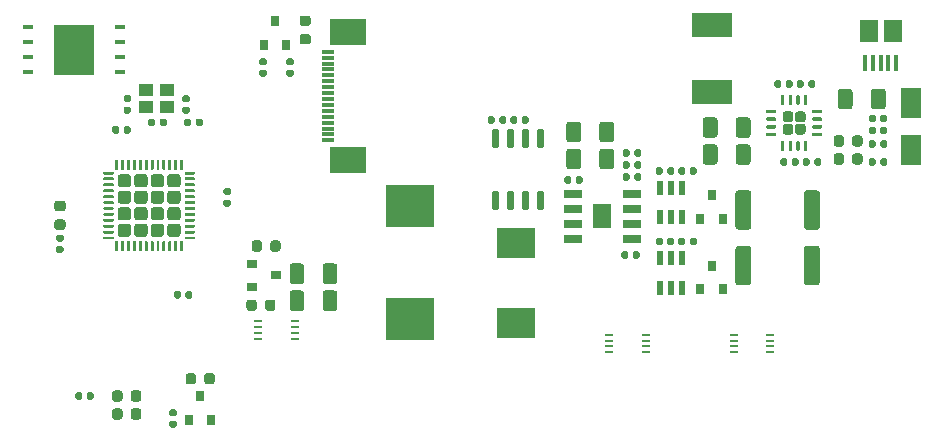
<source format=gtp>
G04 #@! TF.GenerationSoftware,KiCad,Pcbnew,(5.1.6)-1*
G04 #@! TF.CreationDate,2021-02-25T15:27:45+08:00*
G04 #@! TF.ProjectId,Light_detector_V1.0,4c696768-745f-4646-9574-6563746f725f,rev?*
G04 #@! TF.SameCoordinates,Original*
G04 #@! TF.FileFunction,Paste,Top*
G04 #@! TF.FilePolarity,Positive*
%FSLAX46Y46*%
G04 Gerber Fmt 4.6, Leading zero omitted, Abs format (unit mm)*
G04 Created by KiCad (PCBNEW (5.1.6)-1) date 2021-02-25 15:27:45*
%MOMM*%
%LPD*%
G01*
G04 APERTURE LIST*
%ADD10R,1.150000X1.000000*%
%ADD11R,0.750000X0.250000*%
%ADD12R,3.450000X4.350000*%
%ADD13R,0.950000X0.450000*%
%ADD14R,0.900000X0.800000*%
%ADD15R,0.800000X0.900000*%
%ADD16R,4.100000X3.600000*%
%ADD17R,3.400000X2.000000*%
%ADD18R,3.100000X2.300000*%
%ADD19R,1.100000X0.300000*%
%ADD20R,1.500000X1.900000*%
%ADD21R,0.400000X1.350000*%
%ADD22R,1.567800X2.101200*%
%ADD23R,1.505000X0.802000*%
%ADD24R,0.600000X1.150000*%
%ADD25R,3.300000X2.500000*%
%ADD26R,1.800000X2.500000*%
G04 APERTURE END LIST*
G36*
G01*
X74166000Y-32146500D02*
X74166000Y-32491500D01*
G75*
G02*
X74018500Y-32639000I-147500J0D01*
G01*
X73723500Y-32639000D01*
G75*
G02*
X73576000Y-32491500I0J147500D01*
G01*
X73576000Y-32146500D01*
G75*
G02*
X73723500Y-31999000I147500J0D01*
G01*
X74018500Y-31999000D01*
G75*
G02*
X74166000Y-32146500I0J-147500D01*
G01*
G37*
G36*
G01*
X75136000Y-32146500D02*
X75136000Y-32491500D01*
G75*
G02*
X74988500Y-32639000I-147500J0D01*
G01*
X74693500Y-32639000D01*
G75*
G02*
X74546000Y-32491500I0J147500D01*
G01*
X74546000Y-32146500D01*
G75*
G02*
X74693500Y-31999000I147500J0D01*
G01*
X74988500Y-31999000D01*
G75*
G02*
X75136000Y-32146500I0J-147500D01*
G01*
G37*
G36*
G01*
X27811000Y-52720500D02*
X27811000Y-53065500D01*
G75*
G02*
X27663500Y-53213000I-147500J0D01*
G01*
X27368500Y-53213000D01*
G75*
G02*
X27221000Y-53065500I0J147500D01*
G01*
X27221000Y-52720500D01*
G75*
G02*
X27368500Y-52573000I147500J0D01*
G01*
X27663500Y-52573000D01*
G75*
G02*
X27811000Y-52720500I0J-147500D01*
G01*
G37*
G36*
G01*
X28781000Y-52720500D02*
X28781000Y-53065500D01*
G75*
G02*
X28633500Y-53213000I-147500J0D01*
G01*
X28338500Y-53213000D01*
G75*
G02*
X28191000Y-53065500I0J147500D01*
G01*
X28191000Y-52720500D01*
G75*
G02*
X28338500Y-52573000I147500J0D01*
G01*
X28633500Y-52573000D01*
G75*
G02*
X28781000Y-52720500I0J-147500D01*
G01*
G37*
G36*
G01*
X45572500Y-24890000D02*
X45227500Y-24890000D01*
G75*
G02*
X45080000Y-24742500I0J147500D01*
G01*
X45080000Y-24447500D01*
G75*
G02*
X45227500Y-24300000I147500J0D01*
G01*
X45572500Y-24300000D01*
G75*
G02*
X45720000Y-24447500I0J-147500D01*
G01*
X45720000Y-24742500D01*
G75*
G02*
X45572500Y-24890000I-147500J0D01*
G01*
G37*
G36*
G01*
X45572500Y-25860000D02*
X45227500Y-25860000D01*
G75*
G02*
X45080000Y-25712500I0J147500D01*
G01*
X45080000Y-25417500D01*
G75*
G02*
X45227500Y-25270000I147500J0D01*
G01*
X45572500Y-25270000D01*
G75*
G02*
X45720000Y-25417500I0J-147500D01*
G01*
X45720000Y-25712500D01*
G75*
G02*
X45572500Y-25860000I-147500J0D01*
G01*
G37*
G36*
G01*
X35666500Y-54608000D02*
X35321500Y-54608000D01*
G75*
G02*
X35174000Y-54460500I0J147500D01*
G01*
X35174000Y-54165500D01*
G75*
G02*
X35321500Y-54018000I147500J0D01*
G01*
X35666500Y-54018000D01*
G75*
G02*
X35814000Y-54165500I0J-147500D01*
G01*
X35814000Y-54460500D01*
G75*
G02*
X35666500Y-54608000I-147500J0D01*
G01*
G37*
G36*
G01*
X35666500Y-55578000D02*
X35321500Y-55578000D01*
G75*
G02*
X35174000Y-55430500I0J147500D01*
G01*
X35174000Y-55135500D01*
G75*
G02*
X35321500Y-54988000I147500J0D01*
G01*
X35666500Y-54988000D01*
G75*
G02*
X35814000Y-55135500I0J-147500D01*
G01*
X35814000Y-55430500D01*
G75*
G02*
X35666500Y-55578000I-147500J0D01*
G01*
G37*
G36*
G01*
X42941500Y-25270000D02*
X43286500Y-25270000D01*
G75*
G02*
X43434000Y-25417500I0J-147500D01*
G01*
X43434000Y-25712500D01*
G75*
G02*
X43286500Y-25860000I-147500J0D01*
G01*
X42941500Y-25860000D01*
G75*
G02*
X42794000Y-25712500I0J147500D01*
G01*
X42794000Y-25417500D01*
G75*
G02*
X42941500Y-25270000I147500J0D01*
G01*
G37*
G36*
G01*
X42941500Y-24300000D02*
X43286500Y-24300000D01*
G75*
G02*
X43434000Y-24447500I0J-147500D01*
G01*
X43434000Y-24742500D01*
G75*
G02*
X43286500Y-24890000I-147500J0D01*
G01*
X42941500Y-24890000D01*
G75*
G02*
X42794000Y-24742500I0J147500D01*
G01*
X42794000Y-24447500D01*
G75*
G02*
X42941500Y-24300000I147500J0D01*
G01*
G37*
G36*
G01*
X34353000Y-29890500D02*
X34353000Y-29545500D01*
G75*
G02*
X34500500Y-29398000I147500J0D01*
G01*
X34795500Y-29398000D01*
G75*
G02*
X34943000Y-29545500I0J-147500D01*
G01*
X34943000Y-29890500D01*
G75*
G02*
X34795500Y-30038000I-147500J0D01*
G01*
X34500500Y-30038000D01*
G75*
G02*
X34353000Y-29890500I0J147500D01*
G01*
G37*
G36*
G01*
X33383000Y-29890500D02*
X33383000Y-29545500D01*
G75*
G02*
X33530500Y-29398000I147500J0D01*
G01*
X33825500Y-29398000D01*
G75*
G02*
X33973000Y-29545500I0J-147500D01*
G01*
X33973000Y-29890500D01*
G75*
G02*
X33825500Y-30038000I-147500J0D01*
G01*
X33530500Y-30038000D01*
G75*
G02*
X33383000Y-29890500I0J147500D01*
G01*
G37*
G36*
G01*
X40241000Y-35878000D02*
X39896000Y-35878000D01*
G75*
G02*
X39748500Y-35730500I0J147500D01*
G01*
X39748500Y-35435500D01*
G75*
G02*
X39896000Y-35288000I147500J0D01*
G01*
X40241000Y-35288000D01*
G75*
G02*
X40388500Y-35435500I0J-147500D01*
G01*
X40388500Y-35730500D01*
G75*
G02*
X40241000Y-35878000I-147500J0D01*
G01*
G37*
G36*
G01*
X40241000Y-36848000D02*
X39896000Y-36848000D01*
G75*
G02*
X39748500Y-36700500I0J147500D01*
G01*
X39748500Y-36405500D01*
G75*
G02*
X39896000Y-36258000I147500J0D01*
G01*
X40241000Y-36258000D01*
G75*
G02*
X40388500Y-36405500I0J-147500D01*
G01*
X40388500Y-36700500D01*
G75*
G02*
X40241000Y-36848000I-147500J0D01*
G01*
G37*
G36*
G01*
X87881000Y-33253500D02*
X87881000Y-32908500D01*
G75*
G02*
X88028500Y-32761000I147500J0D01*
G01*
X88323500Y-32761000D01*
G75*
G02*
X88471000Y-32908500I0J-147500D01*
G01*
X88471000Y-33253500D01*
G75*
G02*
X88323500Y-33401000I-147500J0D01*
G01*
X88028500Y-33401000D01*
G75*
G02*
X87881000Y-33253500I0J147500D01*
G01*
G37*
G36*
G01*
X86911000Y-33253500D02*
X86911000Y-32908500D01*
G75*
G02*
X87058500Y-32761000I147500J0D01*
G01*
X87353500Y-32761000D01*
G75*
G02*
X87501000Y-32908500I0J-147500D01*
G01*
X87501000Y-33253500D01*
G75*
G02*
X87353500Y-33401000I-147500J0D01*
G01*
X87058500Y-33401000D01*
G75*
G02*
X86911000Y-33253500I0J147500D01*
G01*
G37*
G36*
G01*
X95374000Y-33253500D02*
X95374000Y-32908500D01*
G75*
G02*
X95521500Y-32761000I147500J0D01*
G01*
X95816500Y-32761000D01*
G75*
G02*
X95964000Y-32908500I0J-147500D01*
G01*
X95964000Y-33253500D01*
G75*
G02*
X95816500Y-33401000I-147500J0D01*
G01*
X95521500Y-33401000D01*
G75*
G02*
X95374000Y-33253500I0J147500D01*
G01*
G37*
G36*
G01*
X94404000Y-33253500D02*
X94404000Y-32908500D01*
G75*
G02*
X94551500Y-32761000I147500J0D01*
G01*
X94846500Y-32761000D01*
G75*
G02*
X94994000Y-32908500I0J-147500D01*
G01*
X94994000Y-33253500D01*
G75*
G02*
X94846500Y-33401000I-147500J0D01*
G01*
X94551500Y-33401000D01*
G75*
G02*
X94404000Y-33253500I0J147500D01*
G01*
G37*
G36*
G01*
X95374000Y-31729500D02*
X95374000Y-31384500D01*
G75*
G02*
X95521500Y-31237000I147500J0D01*
G01*
X95816500Y-31237000D01*
G75*
G02*
X95964000Y-31384500I0J-147500D01*
G01*
X95964000Y-31729500D01*
G75*
G02*
X95816500Y-31877000I-147500J0D01*
G01*
X95521500Y-31877000D01*
G75*
G02*
X95374000Y-31729500I0J147500D01*
G01*
G37*
G36*
G01*
X94404000Y-31729500D02*
X94404000Y-31384500D01*
G75*
G02*
X94551500Y-31237000I147500J0D01*
G01*
X94846500Y-31237000D01*
G75*
G02*
X94994000Y-31384500I0J-147500D01*
G01*
X94994000Y-31729500D01*
G75*
G02*
X94846500Y-31877000I-147500J0D01*
G01*
X94551500Y-31877000D01*
G75*
G02*
X94404000Y-31729500I0J147500D01*
G01*
G37*
G36*
G01*
X74546000Y-34523500D02*
X74546000Y-34178500D01*
G75*
G02*
X74693500Y-34031000I147500J0D01*
G01*
X74988500Y-34031000D01*
G75*
G02*
X75136000Y-34178500I0J-147500D01*
G01*
X75136000Y-34523500D01*
G75*
G02*
X74988500Y-34671000I-147500J0D01*
G01*
X74693500Y-34671000D01*
G75*
G02*
X74546000Y-34523500I0J147500D01*
G01*
G37*
G36*
G01*
X73576000Y-34523500D02*
X73576000Y-34178500D01*
G75*
G02*
X73723500Y-34031000I147500J0D01*
G01*
X74018500Y-34031000D01*
G75*
G02*
X74166000Y-34178500I0J-147500D01*
G01*
X74166000Y-34523500D01*
G75*
G02*
X74018500Y-34671000I-147500J0D01*
G01*
X73723500Y-34671000D01*
G75*
G02*
X73576000Y-34523500I0J147500D01*
G01*
G37*
G36*
G01*
X74166000Y-33162500D02*
X74166000Y-33507500D01*
G75*
G02*
X74018500Y-33655000I-147500J0D01*
G01*
X73723500Y-33655000D01*
G75*
G02*
X73576000Y-33507500I0J147500D01*
G01*
X73576000Y-33162500D01*
G75*
G02*
X73723500Y-33015000I147500J0D01*
G01*
X74018500Y-33015000D01*
G75*
G02*
X74166000Y-33162500I0J-147500D01*
G01*
G37*
G36*
G01*
X75136000Y-33162500D02*
X75136000Y-33507500D01*
G75*
G02*
X74988500Y-33655000I-147500J0D01*
G01*
X74693500Y-33655000D01*
G75*
G02*
X74546000Y-33507500I0J147500D01*
G01*
X74546000Y-33162500D01*
G75*
G02*
X74693500Y-33015000I147500J0D01*
G01*
X74988500Y-33015000D01*
G75*
G02*
X75136000Y-33162500I0J-147500D01*
G01*
G37*
G36*
G01*
X63116000Y-29697500D02*
X63116000Y-29352500D01*
G75*
G02*
X63263500Y-29205000I147500J0D01*
G01*
X63558500Y-29205000D01*
G75*
G02*
X63706000Y-29352500I0J-147500D01*
G01*
X63706000Y-29697500D01*
G75*
G02*
X63558500Y-29845000I-147500J0D01*
G01*
X63263500Y-29845000D01*
G75*
G02*
X63116000Y-29697500I0J147500D01*
G01*
G37*
G36*
G01*
X62146000Y-29697500D02*
X62146000Y-29352500D01*
G75*
G02*
X62293500Y-29205000I147500J0D01*
G01*
X62588500Y-29205000D01*
G75*
G02*
X62736000Y-29352500I0J-147500D01*
G01*
X62736000Y-29697500D01*
G75*
G02*
X62588500Y-29845000I-147500J0D01*
G01*
X62293500Y-29845000D01*
G75*
G02*
X62146000Y-29697500I0J147500D01*
G01*
G37*
G36*
G01*
X95374000Y-30586500D02*
X95374000Y-30241500D01*
G75*
G02*
X95521500Y-30094000I147500J0D01*
G01*
X95816500Y-30094000D01*
G75*
G02*
X95964000Y-30241500I0J-147500D01*
G01*
X95964000Y-30586500D01*
G75*
G02*
X95816500Y-30734000I-147500J0D01*
G01*
X95521500Y-30734000D01*
G75*
G02*
X95374000Y-30586500I0J147500D01*
G01*
G37*
G36*
G01*
X94404000Y-30586500D02*
X94404000Y-30241500D01*
G75*
G02*
X94551500Y-30094000I147500J0D01*
G01*
X94846500Y-30094000D01*
G75*
G02*
X94994000Y-30241500I0J-147500D01*
G01*
X94994000Y-30586500D01*
G75*
G02*
X94846500Y-30734000I-147500J0D01*
G01*
X94551500Y-30734000D01*
G75*
G02*
X94404000Y-30586500I0J147500D01*
G01*
G37*
G36*
G01*
X65021000Y-29697500D02*
X65021000Y-29352500D01*
G75*
G02*
X65168500Y-29205000I147500J0D01*
G01*
X65463500Y-29205000D01*
G75*
G02*
X65611000Y-29352500I0J-147500D01*
G01*
X65611000Y-29697500D01*
G75*
G02*
X65463500Y-29845000I-147500J0D01*
G01*
X65168500Y-29845000D01*
G75*
G02*
X65021000Y-29697500I0J147500D01*
G01*
G37*
G36*
G01*
X64051000Y-29697500D02*
X64051000Y-29352500D01*
G75*
G02*
X64198500Y-29205000I147500J0D01*
G01*
X64493500Y-29205000D01*
G75*
G02*
X64641000Y-29352500I0J-147500D01*
G01*
X64641000Y-29697500D01*
G75*
G02*
X64493500Y-29845000I-147500J0D01*
G01*
X64198500Y-29845000D01*
G75*
G02*
X64051000Y-29697500I0J147500D01*
G01*
G37*
G36*
G01*
X69213000Y-34432500D02*
X69213000Y-34777500D01*
G75*
G02*
X69065500Y-34925000I-147500J0D01*
G01*
X68770500Y-34925000D01*
G75*
G02*
X68623000Y-34777500I0J147500D01*
G01*
X68623000Y-34432500D01*
G75*
G02*
X68770500Y-34285000I147500J0D01*
G01*
X69065500Y-34285000D01*
G75*
G02*
X69213000Y-34432500I0J-147500D01*
G01*
G37*
G36*
G01*
X70183000Y-34432500D02*
X70183000Y-34777500D01*
G75*
G02*
X70035500Y-34925000I-147500J0D01*
G01*
X69740500Y-34925000D01*
G75*
G02*
X69593000Y-34777500I0J147500D01*
G01*
X69593000Y-34432500D01*
G75*
G02*
X69740500Y-34285000I147500J0D01*
G01*
X70035500Y-34285000D01*
G75*
G02*
X70183000Y-34432500I0J-147500D01*
G01*
G37*
G36*
G01*
X94994000Y-29225500D02*
X94994000Y-29570500D01*
G75*
G02*
X94846500Y-29718000I-147500J0D01*
G01*
X94551500Y-29718000D01*
G75*
G02*
X94404000Y-29570500I0J147500D01*
G01*
X94404000Y-29225500D01*
G75*
G02*
X94551500Y-29078000I147500J0D01*
G01*
X94846500Y-29078000D01*
G75*
G02*
X94994000Y-29225500I0J-147500D01*
G01*
G37*
G36*
G01*
X95964000Y-29225500D02*
X95964000Y-29570500D01*
G75*
G02*
X95816500Y-29718000I-147500J0D01*
G01*
X95521500Y-29718000D01*
G75*
G02*
X95374000Y-29570500I0J147500D01*
G01*
X95374000Y-29225500D01*
G75*
G02*
X95521500Y-29078000I147500J0D01*
G01*
X95816500Y-29078000D01*
G75*
G02*
X95964000Y-29225500I0J-147500D01*
G01*
G37*
G36*
G01*
X78865000Y-39639500D02*
X78865000Y-39984500D01*
G75*
G02*
X78717500Y-40132000I-147500J0D01*
G01*
X78422500Y-40132000D01*
G75*
G02*
X78275000Y-39984500I0J147500D01*
G01*
X78275000Y-39639500D01*
G75*
G02*
X78422500Y-39492000I147500J0D01*
G01*
X78717500Y-39492000D01*
G75*
G02*
X78865000Y-39639500I0J-147500D01*
G01*
G37*
G36*
G01*
X79835000Y-39639500D02*
X79835000Y-39984500D01*
G75*
G02*
X79687500Y-40132000I-147500J0D01*
G01*
X79392500Y-40132000D01*
G75*
G02*
X79245000Y-39984500I0J147500D01*
G01*
X79245000Y-39639500D01*
G75*
G02*
X79392500Y-39492000I147500J0D01*
G01*
X79687500Y-39492000D01*
G75*
G02*
X79835000Y-39639500I0J-147500D01*
G01*
G37*
G36*
G01*
X78865000Y-33670500D02*
X78865000Y-34015500D01*
G75*
G02*
X78717500Y-34163000I-147500J0D01*
G01*
X78422500Y-34163000D01*
G75*
G02*
X78275000Y-34015500I0J147500D01*
G01*
X78275000Y-33670500D01*
G75*
G02*
X78422500Y-33523000I147500J0D01*
G01*
X78717500Y-33523000D01*
G75*
G02*
X78865000Y-33670500I0J-147500D01*
G01*
G37*
G36*
G01*
X79835000Y-33670500D02*
X79835000Y-34015500D01*
G75*
G02*
X79687500Y-34163000I-147500J0D01*
G01*
X79392500Y-34163000D01*
G75*
G02*
X79245000Y-34015500I0J147500D01*
G01*
X79245000Y-33670500D01*
G75*
G02*
X79392500Y-33523000I147500J0D01*
G01*
X79687500Y-33523000D01*
G75*
G02*
X79835000Y-33670500I0J-147500D01*
G01*
G37*
G36*
G01*
X31305000Y-30525500D02*
X31305000Y-30180500D01*
G75*
G02*
X31452500Y-30033000I147500J0D01*
G01*
X31747500Y-30033000D01*
G75*
G02*
X31895000Y-30180500I0J-147500D01*
G01*
X31895000Y-30525500D01*
G75*
G02*
X31747500Y-30673000I-147500J0D01*
G01*
X31452500Y-30673000D01*
G75*
G02*
X31305000Y-30525500I0J147500D01*
G01*
G37*
G36*
G01*
X30335000Y-30525500D02*
X30335000Y-30180500D01*
G75*
G02*
X30482500Y-30033000I147500J0D01*
G01*
X30777500Y-30033000D01*
G75*
G02*
X30925000Y-30180500I0J-147500D01*
G01*
X30925000Y-30525500D01*
G75*
G02*
X30777500Y-30673000I-147500J0D01*
G01*
X30482500Y-30673000D01*
G75*
G02*
X30335000Y-30525500I0J147500D01*
G01*
G37*
G36*
G01*
X26080500Y-39815000D02*
X25735500Y-39815000D01*
G75*
G02*
X25588000Y-39667500I0J147500D01*
G01*
X25588000Y-39372500D01*
G75*
G02*
X25735500Y-39225000I147500J0D01*
G01*
X26080500Y-39225000D01*
G75*
G02*
X26228000Y-39372500I0J-147500D01*
G01*
X26228000Y-39667500D01*
G75*
G02*
X26080500Y-39815000I-147500J0D01*
G01*
G37*
G36*
G01*
X26080500Y-40785000D02*
X25735500Y-40785000D01*
G75*
G02*
X25588000Y-40637500I0J147500D01*
G01*
X25588000Y-40342500D01*
G75*
G02*
X25735500Y-40195000I147500J0D01*
G01*
X26080500Y-40195000D01*
G75*
G02*
X26228000Y-40342500I0J-147500D01*
G01*
X26228000Y-40637500D01*
G75*
G02*
X26080500Y-40785000I-147500J0D01*
G01*
G37*
G36*
G01*
X36155000Y-44150500D02*
X36155000Y-44495500D01*
G75*
G02*
X36007500Y-44643000I-147500J0D01*
G01*
X35712500Y-44643000D01*
G75*
G02*
X35565000Y-44495500I0J147500D01*
G01*
X35565000Y-44150500D01*
G75*
G02*
X35712500Y-44003000I147500J0D01*
G01*
X36007500Y-44003000D01*
G75*
G02*
X36155000Y-44150500I0J-147500D01*
G01*
G37*
G36*
G01*
X37125000Y-44150500D02*
X37125000Y-44495500D01*
G75*
G02*
X36977500Y-44643000I-147500J0D01*
G01*
X36682500Y-44643000D01*
G75*
G02*
X36535000Y-44495500I0J147500D01*
G01*
X36535000Y-44150500D01*
G75*
G02*
X36682500Y-44003000I147500J0D01*
G01*
X36977500Y-44003000D01*
G75*
G02*
X37125000Y-44150500I0J-147500D01*
G01*
G37*
G36*
G01*
X37401000Y-29890500D02*
X37401000Y-29545500D01*
G75*
G02*
X37548500Y-29398000I147500J0D01*
G01*
X37843500Y-29398000D01*
G75*
G02*
X37991000Y-29545500I0J-147500D01*
G01*
X37991000Y-29890500D01*
G75*
G02*
X37843500Y-30038000I-147500J0D01*
G01*
X37548500Y-30038000D01*
G75*
G02*
X37401000Y-29890500I0J147500D01*
G01*
G37*
G36*
G01*
X36431000Y-29890500D02*
X36431000Y-29545500D01*
G75*
G02*
X36578500Y-29398000I147500J0D01*
G01*
X36873500Y-29398000D01*
G75*
G02*
X37021000Y-29545500I0J-147500D01*
G01*
X37021000Y-29890500D01*
G75*
G02*
X36873500Y-30038000I-147500J0D01*
G01*
X36578500Y-30038000D01*
G75*
G02*
X36431000Y-29890500I0J147500D01*
G01*
G37*
G36*
G01*
X31450500Y-28384000D02*
X31795500Y-28384000D01*
G75*
G02*
X31943000Y-28531500I0J-147500D01*
G01*
X31943000Y-28826500D01*
G75*
G02*
X31795500Y-28974000I-147500J0D01*
G01*
X31450500Y-28974000D01*
G75*
G02*
X31303000Y-28826500I0J147500D01*
G01*
X31303000Y-28531500D01*
G75*
G02*
X31450500Y-28384000I147500J0D01*
G01*
G37*
G36*
G01*
X31450500Y-27414000D02*
X31795500Y-27414000D01*
G75*
G02*
X31943000Y-27561500I0J-147500D01*
G01*
X31943000Y-27856500D01*
G75*
G02*
X31795500Y-28004000I-147500J0D01*
G01*
X31450500Y-28004000D01*
G75*
G02*
X31303000Y-27856500I0J147500D01*
G01*
X31303000Y-27561500D01*
G75*
G02*
X31450500Y-27414000I147500J0D01*
G01*
G37*
G36*
G01*
X36403500Y-28384000D02*
X36748500Y-28384000D01*
G75*
G02*
X36896000Y-28531500I0J-147500D01*
G01*
X36896000Y-28826500D01*
G75*
G02*
X36748500Y-28974000I-147500J0D01*
G01*
X36403500Y-28974000D01*
G75*
G02*
X36256000Y-28826500I0J147500D01*
G01*
X36256000Y-28531500D01*
G75*
G02*
X36403500Y-28384000I147500J0D01*
G01*
G37*
G36*
G01*
X36403500Y-27414000D02*
X36748500Y-27414000D01*
G75*
G02*
X36896000Y-27561500I0J-147500D01*
G01*
X36896000Y-27856500D01*
G75*
G02*
X36748500Y-28004000I-147500J0D01*
G01*
X36403500Y-28004000D01*
G75*
G02*
X36256000Y-27856500I0J147500D01*
G01*
X36256000Y-27561500D01*
G75*
G02*
X36403500Y-27414000I147500J0D01*
G01*
G37*
G36*
G01*
X89786000Y-33253500D02*
X89786000Y-32908500D01*
G75*
G02*
X89933500Y-32761000I147500J0D01*
G01*
X90228500Y-32761000D01*
G75*
G02*
X90376000Y-32908500I0J-147500D01*
G01*
X90376000Y-33253500D01*
G75*
G02*
X90228500Y-33401000I-147500J0D01*
G01*
X89933500Y-33401000D01*
G75*
G02*
X89786000Y-33253500I0J147500D01*
G01*
G37*
G36*
G01*
X88816000Y-33253500D02*
X88816000Y-32908500D01*
G75*
G02*
X88963500Y-32761000I147500J0D01*
G01*
X89258500Y-32761000D01*
G75*
G02*
X89406000Y-32908500I0J-147500D01*
G01*
X89406000Y-33253500D01*
G75*
G02*
X89258500Y-33401000I-147500J0D01*
G01*
X88963500Y-33401000D01*
G75*
G02*
X88816000Y-33253500I0J147500D01*
G01*
G37*
G36*
G01*
X87373000Y-26649500D02*
X87373000Y-26304500D01*
G75*
G02*
X87520500Y-26157000I147500J0D01*
G01*
X87815500Y-26157000D01*
G75*
G02*
X87963000Y-26304500I0J-147500D01*
G01*
X87963000Y-26649500D01*
G75*
G02*
X87815500Y-26797000I-147500J0D01*
G01*
X87520500Y-26797000D01*
G75*
G02*
X87373000Y-26649500I0J147500D01*
G01*
G37*
G36*
G01*
X86403000Y-26649500D02*
X86403000Y-26304500D01*
G75*
G02*
X86550500Y-26157000I147500J0D01*
G01*
X86845500Y-26157000D01*
G75*
G02*
X86993000Y-26304500I0J-147500D01*
G01*
X86993000Y-26649500D01*
G75*
G02*
X86845500Y-26797000I-147500J0D01*
G01*
X86550500Y-26797000D01*
G75*
G02*
X86403000Y-26649500I0J147500D01*
G01*
G37*
G36*
G01*
X89278000Y-26649500D02*
X89278000Y-26304500D01*
G75*
G02*
X89425500Y-26157000I147500J0D01*
G01*
X89720500Y-26157000D01*
G75*
G02*
X89868000Y-26304500I0J-147500D01*
G01*
X89868000Y-26649500D01*
G75*
G02*
X89720500Y-26797000I-147500J0D01*
G01*
X89425500Y-26797000D01*
G75*
G02*
X89278000Y-26649500I0J147500D01*
G01*
G37*
G36*
G01*
X88308000Y-26649500D02*
X88308000Y-26304500D01*
G75*
G02*
X88455500Y-26157000I147500J0D01*
G01*
X88750500Y-26157000D01*
G75*
G02*
X88898000Y-26304500I0J-147500D01*
G01*
X88898000Y-26649500D01*
G75*
G02*
X88750500Y-26797000I-147500J0D01*
G01*
X88455500Y-26797000D01*
G75*
G02*
X88308000Y-26649500I0J147500D01*
G01*
G37*
G36*
G01*
X76960000Y-39639500D02*
X76960000Y-39984500D01*
G75*
G02*
X76812500Y-40132000I-147500J0D01*
G01*
X76517500Y-40132000D01*
G75*
G02*
X76370000Y-39984500I0J147500D01*
G01*
X76370000Y-39639500D01*
G75*
G02*
X76517500Y-39492000I147500J0D01*
G01*
X76812500Y-39492000D01*
G75*
G02*
X76960000Y-39639500I0J-147500D01*
G01*
G37*
G36*
G01*
X77930000Y-39639500D02*
X77930000Y-39984500D01*
G75*
G02*
X77782500Y-40132000I-147500J0D01*
G01*
X77487500Y-40132000D01*
G75*
G02*
X77340000Y-39984500I0J147500D01*
G01*
X77340000Y-39639500D01*
G75*
G02*
X77487500Y-39492000I147500J0D01*
G01*
X77782500Y-39492000D01*
G75*
G02*
X77930000Y-39639500I0J-147500D01*
G01*
G37*
G36*
G01*
X76960000Y-33670500D02*
X76960000Y-34015500D01*
G75*
G02*
X76812500Y-34163000I-147500J0D01*
G01*
X76517500Y-34163000D01*
G75*
G02*
X76370000Y-34015500I0J147500D01*
G01*
X76370000Y-33670500D01*
G75*
G02*
X76517500Y-33523000I147500J0D01*
G01*
X76812500Y-33523000D01*
G75*
G02*
X76960000Y-33670500I0J-147500D01*
G01*
G37*
G36*
G01*
X77930000Y-33670500D02*
X77930000Y-34015500D01*
G75*
G02*
X77782500Y-34163000I-147500J0D01*
G01*
X77487500Y-34163000D01*
G75*
G02*
X77340000Y-34015500I0J147500D01*
G01*
X77340000Y-33670500D01*
G75*
G02*
X77487500Y-33523000I147500J0D01*
G01*
X77782500Y-33523000D01*
G75*
G02*
X77930000Y-33670500I0J-147500D01*
G01*
G37*
G36*
G01*
X74419000Y-41127500D02*
X74419000Y-40782500D01*
G75*
G02*
X74566500Y-40635000I147500J0D01*
G01*
X74861500Y-40635000D01*
G75*
G02*
X75009000Y-40782500I0J-147500D01*
G01*
X75009000Y-41127500D01*
G75*
G02*
X74861500Y-41275000I-147500J0D01*
G01*
X74566500Y-41275000D01*
G75*
G02*
X74419000Y-41127500I0J147500D01*
G01*
G37*
G36*
G01*
X73449000Y-41127500D02*
X73449000Y-40782500D01*
G75*
G02*
X73596500Y-40635000I147500J0D01*
G01*
X73891500Y-40635000D01*
G75*
G02*
X74039000Y-40782500I0J-147500D01*
G01*
X74039000Y-41127500D01*
G75*
G02*
X73891500Y-41275000I-147500J0D01*
G01*
X73596500Y-41275000D01*
G75*
G02*
X73449000Y-41127500I0J147500D01*
G01*
G37*
G36*
G01*
X84450000Y-40418999D02*
X84450000Y-43269001D01*
G75*
G02*
X84200001Y-43519000I-249999J0D01*
G01*
X83349999Y-43519000D01*
G75*
G02*
X83100000Y-43269001I0J249999D01*
G01*
X83100000Y-40418999D01*
G75*
G02*
X83349999Y-40169000I249999J0D01*
G01*
X84200001Y-40169000D01*
G75*
G02*
X84450000Y-40418999I0J-249999D01*
G01*
G37*
G36*
G01*
X90250000Y-40418999D02*
X90250000Y-43269001D01*
G75*
G02*
X90000001Y-43519000I-249999J0D01*
G01*
X89149999Y-43519000D01*
G75*
G02*
X88900000Y-43269001I0J249999D01*
G01*
X88900000Y-40418999D01*
G75*
G02*
X89149999Y-40169000I249999J0D01*
G01*
X90000001Y-40169000D01*
G75*
G02*
X90250000Y-40418999I0J-249999D01*
G01*
G37*
G36*
G01*
X84445000Y-35719999D02*
X84445000Y-38570001D01*
G75*
G02*
X84195001Y-38820000I-249999J0D01*
G01*
X83344999Y-38820000D01*
G75*
G02*
X83095000Y-38570001I0J249999D01*
G01*
X83095000Y-35719999D01*
G75*
G02*
X83344999Y-35470000I249999J0D01*
G01*
X84195001Y-35470000D01*
G75*
G02*
X84445000Y-35719999I0J-249999D01*
G01*
G37*
G36*
G01*
X90245000Y-35719999D02*
X90245000Y-38570001D01*
G75*
G02*
X89995001Y-38820000I-249999J0D01*
G01*
X89144999Y-38820000D01*
G75*
G02*
X88895000Y-38570001I0J249999D01*
G01*
X88895000Y-35719999D01*
G75*
G02*
X89144999Y-35470000I249999J0D01*
G01*
X89995001Y-35470000D01*
G75*
G02*
X90245000Y-35719999I0J-249999D01*
G01*
G37*
D10*
X33236000Y-26982000D03*
X34986000Y-26982000D03*
X34986000Y-28382000D03*
X33236000Y-28382000D03*
G36*
G01*
X62949000Y-31916000D02*
X62649000Y-31916000D01*
G75*
G02*
X62499000Y-31766000I0J150000D01*
G01*
X62499000Y-30416000D01*
G75*
G02*
X62649000Y-30266000I150000J0D01*
G01*
X62949000Y-30266000D01*
G75*
G02*
X63099000Y-30416000I0J-150000D01*
G01*
X63099000Y-31766000D01*
G75*
G02*
X62949000Y-31916000I-150000J0D01*
G01*
G37*
G36*
G01*
X64219000Y-31916000D02*
X63919000Y-31916000D01*
G75*
G02*
X63769000Y-31766000I0J150000D01*
G01*
X63769000Y-30416000D01*
G75*
G02*
X63919000Y-30266000I150000J0D01*
G01*
X64219000Y-30266000D01*
G75*
G02*
X64369000Y-30416000I0J-150000D01*
G01*
X64369000Y-31766000D01*
G75*
G02*
X64219000Y-31916000I-150000J0D01*
G01*
G37*
G36*
G01*
X65489000Y-31916000D02*
X65189000Y-31916000D01*
G75*
G02*
X65039000Y-31766000I0J150000D01*
G01*
X65039000Y-30416000D01*
G75*
G02*
X65189000Y-30266000I150000J0D01*
G01*
X65489000Y-30266000D01*
G75*
G02*
X65639000Y-30416000I0J-150000D01*
G01*
X65639000Y-31766000D01*
G75*
G02*
X65489000Y-31916000I-150000J0D01*
G01*
G37*
G36*
G01*
X66759000Y-31916000D02*
X66459000Y-31916000D01*
G75*
G02*
X66309000Y-31766000I0J150000D01*
G01*
X66309000Y-30416000D01*
G75*
G02*
X66459000Y-30266000I150000J0D01*
G01*
X66759000Y-30266000D01*
G75*
G02*
X66909000Y-30416000I0J-150000D01*
G01*
X66909000Y-31766000D01*
G75*
G02*
X66759000Y-31916000I-150000J0D01*
G01*
G37*
G36*
G01*
X66759000Y-37166000D02*
X66459000Y-37166000D01*
G75*
G02*
X66309000Y-37016000I0J150000D01*
G01*
X66309000Y-35666000D01*
G75*
G02*
X66459000Y-35516000I150000J0D01*
G01*
X66759000Y-35516000D01*
G75*
G02*
X66909000Y-35666000I0J-150000D01*
G01*
X66909000Y-37016000D01*
G75*
G02*
X66759000Y-37166000I-150000J0D01*
G01*
G37*
G36*
G01*
X65489000Y-37166000D02*
X65189000Y-37166000D01*
G75*
G02*
X65039000Y-37016000I0J150000D01*
G01*
X65039000Y-35666000D01*
G75*
G02*
X65189000Y-35516000I150000J0D01*
G01*
X65489000Y-35516000D01*
G75*
G02*
X65639000Y-35666000I0J-150000D01*
G01*
X65639000Y-37016000D01*
G75*
G02*
X65489000Y-37166000I-150000J0D01*
G01*
G37*
G36*
G01*
X64219000Y-37166000D02*
X63919000Y-37166000D01*
G75*
G02*
X63769000Y-37016000I0J150000D01*
G01*
X63769000Y-35666000D01*
G75*
G02*
X63919000Y-35516000I150000J0D01*
G01*
X64219000Y-35516000D01*
G75*
G02*
X64369000Y-35666000I0J-150000D01*
G01*
X64369000Y-37016000D01*
G75*
G02*
X64219000Y-37166000I-150000J0D01*
G01*
G37*
G36*
G01*
X62949000Y-37166000D02*
X62649000Y-37166000D01*
G75*
G02*
X62499000Y-37016000I0J150000D01*
G01*
X62499000Y-35666000D01*
G75*
G02*
X62649000Y-35516000I150000J0D01*
G01*
X62949000Y-35516000D01*
G75*
G02*
X63099000Y-35666000I0J-150000D01*
G01*
X63099000Y-37016000D01*
G75*
G02*
X62949000Y-37166000I-150000J0D01*
G01*
G37*
D11*
X75525000Y-47698000D03*
X75525000Y-48198000D03*
X75525000Y-48698000D03*
X75525000Y-49198000D03*
X72425000Y-49198000D03*
X72425000Y-48698000D03*
X72425000Y-48198000D03*
X72425000Y-47698000D03*
X42707000Y-48055000D03*
X42707000Y-47555000D03*
X42707000Y-47055000D03*
X42707000Y-46555000D03*
X45807000Y-46555000D03*
X45807000Y-47055000D03*
X45807000Y-47555000D03*
X45807000Y-48055000D03*
X82966000Y-49198000D03*
X82966000Y-48698000D03*
X82966000Y-48198000D03*
X82966000Y-47698000D03*
X86066000Y-47698000D03*
X86066000Y-48198000D03*
X86066000Y-48698000D03*
X86066000Y-49198000D03*
D12*
X27112000Y-23556000D03*
D13*
X23212000Y-25461000D03*
X23212000Y-24191000D03*
X23212000Y-22921000D03*
X23212000Y-21651000D03*
X31012000Y-21651000D03*
X31012000Y-22921000D03*
X31012000Y-24191000D03*
X31012000Y-25461000D03*
G36*
G01*
X31047000Y-38299000D02*
X31677000Y-38299000D01*
G75*
G02*
X31927000Y-38549000I0J-250000D01*
G01*
X31927000Y-39179000D01*
G75*
G02*
X31677000Y-39429000I-250000J0D01*
G01*
X31047000Y-39429000D01*
G75*
G02*
X30797000Y-39179000I0J250000D01*
G01*
X30797000Y-38549000D01*
G75*
G02*
X31047000Y-38299000I250000J0D01*
G01*
G37*
G36*
G01*
X32447000Y-38299000D02*
X33077000Y-38299000D01*
G75*
G02*
X33327000Y-38549000I0J-250000D01*
G01*
X33327000Y-39179000D01*
G75*
G02*
X33077000Y-39429000I-250000J0D01*
G01*
X32447000Y-39429000D01*
G75*
G02*
X32197000Y-39179000I0J250000D01*
G01*
X32197000Y-38549000D01*
G75*
G02*
X32447000Y-38299000I250000J0D01*
G01*
G37*
G36*
G01*
X33847000Y-38299000D02*
X34477000Y-38299000D01*
G75*
G02*
X34727000Y-38549000I0J-250000D01*
G01*
X34727000Y-39179000D01*
G75*
G02*
X34477000Y-39429000I-250000J0D01*
G01*
X33847000Y-39429000D01*
G75*
G02*
X33597000Y-39179000I0J250000D01*
G01*
X33597000Y-38549000D01*
G75*
G02*
X33847000Y-38299000I250000J0D01*
G01*
G37*
G36*
G01*
X35247000Y-38299000D02*
X35877000Y-38299000D01*
G75*
G02*
X36127000Y-38549000I0J-250000D01*
G01*
X36127000Y-39179000D01*
G75*
G02*
X35877000Y-39429000I-250000J0D01*
G01*
X35247000Y-39429000D01*
G75*
G02*
X34997000Y-39179000I0J250000D01*
G01*
X34997000Y-38549000D01*
G75*
G02*
X35247000Y-38299000I250000J0D01*
G01*
G37*
G36*
G01*
X31047000Y-36899000D02*
X31677000Y-36899000D01*
G75*
G02*
X31927000Y-37149000I0J-250000D01*
G01*
X31927000Y-37779000D01*
G75*
G02*
X31677000Y-38029000I-250000J0D01*
G01*
X31047000Y-38029000D01*
G75*
G02*
X30797000Y-37779000I0J250000D01*
G01*
X30797000Y-37149000D01*
G75*
G02*
X31047000Y-36899000I250000J0D01*
G01*
G37*
G36*
G01*
X32447000Y-36899000D02*
X33077000Y-36899000D01*
G75*
G02*
X33327000Y-37149000I0J-250000D01*
G01*
X33327000Y-37779000D01*
G75*
G02*
X33077000Y-38029000I-250000J0D01*
G01*
X32447000Y-38029000D01*
G75*
G02*
X32197000Y-37779000I0J250000D01*
G01*
X32197000Y-37149000D01*
G75*
G02*
X32447000Y-36899000I250000J0D01*
G01*
G37*
G36*
G01*
X33847000Y-36899000D02*
X34477000Y-36899000D01*
G75*
G02*
X34727000Y-37149000I0J-250000D01*
G01*
X34727000Y-37779000D01*
G75*
G02*
X34477000Y-38029000I-250000J0D01*
G01*
X33847000Y-38029000D01*
G75*
G02*
X33597000Y-37779000I0J250000D01*
G01*
X33597000Y-37149000D01*
G75*
G02*
X33847000Y-36899000I250000J0D01*
G01*
G37*
G36*
G01*
X35247000Y-36899000D02*
X35877000Y-36899000D01*
G75*
G02*
X36127000Y-37149000I0J-250000D01*
G01*
X36127000Y-37779000D01*
G75*
G02*
X35877000Y-38029000I-250000J0D01*
G01*
X35247000Y-38029000D01*
G75*
G02*
X34997000Y-37779000I0J250000D01*
G01*
X34997000Y-37149000D01*
G75*
G02*
X35247000Y-36899000I250000J0D01*
G01*
G37*
G36*
G01*
X31047000Y-35499000D02*
X31677000Y-35499000D01*
G75*
G02*
X31927000Y-35749000I0J-250000D01*
G01*
X31927000Y-36379000D01*
G75*
G02*
X31677000Y-36629000I-250000J0D01*
G01*
X31047000Y-36629000D01*
G75*
G02*
X30797000Y-36379000I0J250000D01*
G01*
X30797000Y-35749000D01*
G75*
G02*
X31047000Y-35499000I250000J0D01*
G01*
G37*
G36*
G01*
X32447000Y-35499000D02*
X33077000Y-35499000D01*
G75*
G02*
X33327000Y-35749000I0J-250000D01*
G01*
X33327000Y-36379000D01*
G75*
G02*
X33077000Y-36629000I-250000J0D01*
G01*
X32447000Y-36629000D01*
G75*
G02*
X32197000Y-36379000I0J250000D01*
G01*
X32197000Y-35749000D01*
G75*
G02*
X32447000Y-35499000I250000J0D01*
G01*
G37*
G36*
G01*
X33847000Y-35499000D02*
X34477000Y-35499000D01*
G75*
G02*
X34727000Y-35749000I0J-250000D01*
G01*
X34727000Y-36379000D01*
G75*
G02*
X34477000Y-36629000I-250000J0D01*
G01*
X33847000Y-36629000D01*
G75*
G02*
X33597000Y-36379000I0J250000D01*
G01*
X33597000Y-35749000D01*
G75*
G02*
X33847000Y-35499000I250000J0D01*
G01*
G37*
G36*
G01*
X35247000Y-35499000D02*
X35877000Y-35499000D01*
G75*
G02*
X36127000Y-35749000I0J-250000D01*
G01*
X36127000Y-36379000D01*
G75*
G02*
X35877000Y-36629000I-250000J0D01*
G01*
X35247000Y-36629000D01*
G75*
G02*
X34997000Y-36379000I0J250000D01*
G01*
X34997000Y-35749000D01*
G75*
G02*
X35247000Y-35499000I250000J0D01*
G01*
G37*
G36*
G01*
X31047000Y-34099000D02*
X31677000Y-34099000D01*
G75*
G02*
X31927000Y-34349000I0J-250000D01*
G01*
X31927000Y-34979000D01*
G75*
G02*
X31677000Y-35229000I-250000J0D01*
G01*
X31047000Y-35229000D01*
G75*
G02*
X30797000Y-34979000I0J250000D01*
G01*
X30797000Y-34349000D01*
G75*
G02*
X31047000Y-34099000I250000J0D01*
G01*
G37*
G36*
G01*
X32447000Y-34099000D02*
X33077000Y-34099000D01*
G75*
G02*
X33327000Y-34349000I0J-250000D01*
G01*
X33327000Y-34979000D01*
G75*
G02*
X33077000Y-35229000I-250000J0D01*
G01*
X32447000Y-35229000D01*
G75*
G02*
X32197000Y-34979000I0J250000D01*
G01*
X32197000Y-34349000D01*
G75*
G02*
X32447000Y-34099000I250000J0D01*
G01*
G37*
G36*
G01*
X33847000Y-34099000D02*
X34477000Y-34099000D01*
G75*
G02*
X34727000Y-34349000I0J-250000D01*
G01*
X34727000Y-34979000D01*
G75*
G02*
X34477000Y-35229000I-250000J0D01*
G01*
X33847000Y-35229000D01*
G75*
G02*
X33597000Y-34979000I0J250000D01*
G01*
X33597000Y-34349000D01*
G75*
G02*
X33847000Y-34099000I250000J0D01*
G01*
G37*
G36*
G01*
X35247000Y-34099000D02*
X35877000Y-34099000D01*
G75*
G02*
X36127000Y-34349000I0J-250000D01*
G01*
X36127000Y-34979000D01*
G75*
G02*
X35877000Y-35229000I-250000J0D01*
G01*
X35247000Y-35229000D01*
G75*
G02*
X34997000Y-34979000I0J250000D01*
G01*
X34997000Y-34349000D01*
G75*
G02*
X35247000Y-34099000I250000J0D01*
G01*
G37*
G36*
G01*
X36524500Y-33889000D02*
X37274500Y-33889000D01*
G75*
G02*
X37337000Y-33951500I0J-62500D01*
G01*
X37337000Y-34076500D01*
G75*
G02*
X37274500Y-34139000I-62500J0D01*
G01*
X36524500Y-34139000D01*
G75*
G02*
X36462000Y-34076500I0J62500D01*
G01*
X36462000Y-33951500D01*
G75*
G02*
X36524500Y-33889000I62500J0D01*
G01*
G37*
G36*
G01*
X36524500Y-34389000D02*
X37274500Y-34389000D01*
G75*
G02*
X37337000Y-34451500I0J-62500D01*
G01*
X37337000Y-34576500D01*
G75*
G02*
X37274500Y-34639000I-62500J0D01*
G01*
X36524500Y-34639000D01*
G75*
G02*
X36462000Y-34576500I0J62500D01*
G01*
X36462000Y-34451500D01*
G75*
G02*
X36524500Y-34389000I62500J0D01*
G01*
G37*
G36*
G01*
X36524500Y-34889000D02*
X37274500Y-34889000D01*
G75*
G02*
X37337000Y-34951500I0J-62500D01*
G01*
X37337000Y-35076500D01*
G75*
G02*
X37274500Y-35139000I-62500J0D01*
G01*
X36524500Y-35139000D01*
G75*
G02*
X36462000Y-35076500I0J62500D01*
G01*
X36462000Y-34951500D01*
G75*
G02*
X36524500Y-34889000I62500J0D01*
G01*
G37*
G36*
G01*
X36524500Y-35389000D02*
X37274500Y-35389000D01*
G75*
G02*
X37337000Y-35451500I0J-62500D01*
G01*
X37337000Y-35576500D01*
G75*
G02*
X37274500Y-35639000I-62500J0D01*
G01*
X36524500Y-35639000D01*
G75*
G02*
X36462000Y-35576500I0J62500D01*
G01*
X36462000Y-35451500D01*
G75*
G02*
X36524500Y-35389000I62500J0D01*
G01*
G37*
G36*
G01*
X36524500Y-35889000D02*
X37274500Y-35889000D01*
G75*
G02*
X37337000Y-35951500I0J-62500D01*
G01*
X37337000Y-36076500D01*
G75*
G02*
X37274500Y-36139000I-62500J0D01*
G01*
X36524500Y-36139000D01*
G75*
G02*
X36462000Y-36076500I0J62500D01*
G01*
X36462000Y-35951500D01*
G75*
G02*
X36524500Y-35889000I62500J0D01*
G01*
G37*
G36*
G01*
X36524500Y-36389000D02*
X37274500Y-36389000D01*
G75*
G02*
X37337000Y-36451500I0J-62500D01*
G01*
X37337000Y-36576500D01*
G75*
G02*
X37274500Y-36639000I-62500J0D01*
G01*
X36524500Y-36639000D01*
G75*
G02*
X36462000Y-36576500I0J62500D01*
G01*
X36462000Y-36451500D01*
G75*
G02*
X36524500Y-36389000I62500J0D01*
G01*
G37*
G36*
G01*
X36524500Y-36889000D02*
X37274500Y-36889000D01*
G75*
G02*
X37337000Y-36951500I0J-62500D01*
G01*
X37337000Y-37076500D01*
G75*
G02*
X37274500Y-37139000I-62500J0D01*
G01*
X36524500Y-37139000D01*
G75*
G02*
X36462000Y-37076500I0J62500D01*
G01*
X36462000Y-36951500D01*
G75*
G02*
X36524500Y-36889000I62500J0D01*
G01*
G37*
G36*
G01*
X36524500Y-37389000D02*
X37274500Y-37389000D01*
G75*
G02*
X37337000Y-37451500I0J-62500D01*
G01*
X37337000Y-37576500D01*
G75*
G02*
X37274500Y-37639000I-62500J0D01*
G01*
X36524500Y-37639000D01*
G75*
G02*
X36462000Y-37576500I0J62500D01*
G01*
X36462000Y-37451500D01*
G75*
G02*
X36524500Y-37389000I62500J0D01*
G01*
G37*
G36*
G01*
X36524500Y-37889000D02*
X37274500Y-37889000D01*
G75*
G02*
X37337000Y-37951500I0J-62500D01*
G01*
X37337000Y-38076500D01*
G75*
G02*
X37274500Y-38139000I-62500J0D01*
G01*
X36524500Y-38139000D01*
G75*
G02*
X36462000Y-38076500I0J62500D01*
G01*
X36462000Y-37951500D01*
G75*
G02*
X36524500Y-37889000I62500J0D01*
G01*
G37*
G36*
G01*
X36524500Y-38389000D02*
X37274500Y-38389000D01*
G75*
G02*
X37337000Y-38451500I0J-62500D01*
G01*
X37337000Y-38576500D01*
G75*
G02*
X37274500Y-38639000I-62500J0D01*
G01*
X36524500Y-38639000D01*
G75*
G02*
X36462000Y-38576500I0J62500D01*
G01*
X36462000Y-38451500D01*
G75*
G02*
X36524500Y-38389000I62500J0D01*
G01*
G37*
G36*
G01*
X36524500Y-38889000D02*
X37274500Y-38889000D01*
G75*
G02*
X37337000Y-38951500I0J-62500D01*
G01*
X37337000Y-39076500D01*
G75*
G02*
X37274500Y-39139000I-62500J0D01*
G01*
X36524500Y-39139000D01*
G75*
G02*
X36462000Y-39076500I0J62500D01*
G01*
X36462000Y-38951500D01*
G75*
G02*
X36524500Y-38889000I62500J0D01*
G01*
G37*
G36*
G01*
X36524500Y-39389000D02*
X37274500Y-39389000D01*
G75*
G02*
X37337000Y-39451500I0J-62500D01*
G01*
X37337000Y-39576500D01*
G75*
G02*
X37274500Y-39639000I-62500J0D01*
G01*
X36524500Y-39639000D01*
G75*
G02*
X36462000Y-39576500I0J62500D01*
G01*
X36462000Y-39451500D01*
G75*
G02*
X36524500Y-39389000I62500J0D01*
G01*
G37*
G36*
G01*
X36149500Y-39764000D02*
X36274500Y-39764000D01*
G75*
G02*
X36337000Y-39826500I0J-62500D01*
G01*
X36337000Y-40576500D01*
G75*
G02*
X36274500Y-40639000I-62500J0D01*
G01*
X36149500Y-40639000D01*
G75*
G02*
X36087000Y-40576500I0J62500D01*
G01*
X36087000Y-39826500D01*
G75*
G02*
X36149500Y-39764000I62500J0D01*
G01*
G37*
G36*
G01*
X35649500Y-39764000D02*
X35774500Y-39764000D01*
G75*
G02*
X35837000Y-39826500I0J-62500D01*
G01*
X35837000Y-40576500D01*
G75*
G02*
X35774500Y-40639000I-62500J0D01*
G01*
X35649500Y-40639000D01*
G75*
G02*
X35587000Y-40576500I0J62500D01*
G01*
X35587000Y-39826500D01*
G75*
G02*
X35649500Y-39764000I62500J0D01*
G01*
G37*
G36*
G01*
X35149500Y-39764000D02*
X35274500Y-39764000D01*
G75*
G02*
X35337000Y-39826500I0J-62500D01*
G01*
X35337000Y-40576500D01*
G75*
G02*
X35274500Y-40639000I-62500J0D01*
G01*
X35149500Y-40639000D01*
G75*
G02*
X35087000Y-40576500I0J62500D01*
G01*
X35087000Y-39826500D01*
G75*
G02*
X35149500Y-39764000I62500J0D01*
G01*
G37*
G36*
G01*
X34649500Y-39764000D02*
X34774500Y-39764000D01*
G75*
G02*
X34837000Y-39826500I0J-62500D01*
G01*
X34837000Y-40576500D01*
G75*
G02*
X34774500Y-40639000I-62500J0D01*
G01*
X34649500Y-40639000D01*
G75*
G02*
X34587000Y-40576500I0J62500D01*
G01*
X34587000Y-39826500D01*
G75*
G02*
X34649500Y-39764000I62500J0D01*
G01*
G37*
G36*
G01*
X34149500Y-39764000D02*
X34274500Y-39764000D01*
G75*
G02*
X34337000Y-39826500I0J-62500D01*
G01*
X34337000Y-40576500D01*
G75*
G02*
X34274500Y-40639000I-62500J0D01*
G01*
X34149500Y-40639000D01*
G75*
G02*
X34087000Y-40576500I0J62500D01*
G01*
X34087000Y-39826500D01*
G75*
G02*
X34149500Y-39764000I62500J0D01*
G01*
G37*
G36*
G01*
X33649500Y-39764000D02*
X33774500Y-39764000D01*
G75*
G02*
X33837000Y-39826500I0J-62500D01*
G01*
X33837000Y-40576500D01*
G75*
G02*
X33774500Y-40639000I-62500J0D01*
G01*
X33649500Y-40639000D01*
G75*
G02*
X33587000Y-40576500I0J62500D01*
G01*
X33587000Y-39826500D01*
G75*
G02*
X33649500Y-39764000I62500J0D01*
G01*
G37*
G36*
G01*
X33149500Y-39764000D02*
X33274500Y-39764000D01*
G75*
G02*
X33337000Y-39826500I0J-62500D01*
G01*
X33337000Y-40576500D01*
G75*
G02*
X33274500Y-40639000I-62500J0D01*
G01*
X33149500Y-40639000D01*
G75*
G02*
X33087000Y-40576500I0J62500D01*
G01*
X33087000Y-39826500D01*
G75*
G02*
X33149500Y-39764000I62500J0D01*
G01*
G37*
G36*
G01*
X32649500Y-39764000D02*
X32774500Y-39764000D01*
G75*
G02*
X32837000Y-39826500I0J-62500D01*
G01*
X32837000Y-40576500D01*
G75*
G02*
X32774500Y-40639000I-62500J0D01*
G01*
X32649500Y-40639000D01*
G75*
G02*
X32587000Y-40576500I0J62500D01*
G01*
X32587000Y-39826500D01*
G75*
G02*
X32649500Y-39764000I62500J0D01*
G01*
G37*
G36*
G01*
X32149500Y-39764000D02*
X32274500Y-39764000D01*
G75*
G02*
X32337000Y-39826500I0J-62500D01*
G01*
X32337000Y-40576500D01*
G75*
G02*
X32274500Y-40639000I-62500J0D01*
G01*
X32149500Y-40639000D01*
G75*
G02*
X32087000Y-40576500I0J62500D01*
G01*
X32087000Y-39826500D01*
G75*
G02*
X32149500Y-39764000I62500J0D01*
G01*
G37*
G36*
G01*
X31649500Y-39764000D02*
X31774500Y-39764000D01*
G75*
G02*
X31837000Y-39826500I0J-62500D01*
G01*
X31837000Y-40576500D01*
G75*
G02*
X31774500Y-40639000I-62500J0D01*
G01*
X31649500Y-40639000D01*
G75*
G02*
X31587000Y-40576500I0J62500D01*
G01*
X31587000Y-39826500D01*
G75*
G02*
X31649500Y-39764000I62500J0D01*
G01*
G37*
G36*
G01*
X31149500Y-39764000D02*
X31274500Y-39764000D01*
G75*
G02*
X31337000Y-39826500I0J-62500D01*
G01*
X31337000Y-40576500D01*
G75*
G02*
X31274500Y-40639000I-62500J0D01*
G01*
X31149500Y-40639000D01*
G75*
G02*
X31087000Y-40576500I0J62500D01*
G01*
X31087000Y-39826500D01*
G75*
G02*
X31149500Y-39764000I62500J0D01*
G01*
G37*
G36*
G01*
X30649500Y-39764000D02*
X30774500Y-39764000D01*
G75*
G02*
X30837000Y-39826500I0J-62500D01*
G01*
X30837000Y-40576500D01*
G75*
G02*
X30774500Y-40639000I-62500J0D01*
G01*
X30649500Y-40639000D01*
G75*
G02*
X30587000Y-40576500I0J62500D01*
G01*
X30587000Y-39826500D01*
G75*
G02*
X30649500Y-39764000I62500J0D01*
G01*
G37*
G36*
G01*
X29649500Y-39389000D02*
X30399500Y-39389000D01*
G75*
G02*
X30462000Y-39451500I0J-62500D01*
G01*
X30462000Y-39576500D01*
G75*
G02*
X30399500Y-39639000I-62500J0D01*
G01*
X29649500Y-39639000D01*
G75*
G02*
X29587000Y-39576500I0J62500D01*
G01*
X29587000Y-39451500D01*
G75*
G02*
X29649500Y-39389000I62500J0D01*
G01*
G37*
G36*
G01*
X29649500Y-38889000D02*
X30399500Y-38889000D01*
G75*
G02*
X30462000Y-38951500I0J-62500D01*
G01*
X30462000Y-39076500D01*
G75*
G02*
X30399500Y-39139000I-62500J0D01*
G01*
X29649500Y-39139000D01*
G75*
G02*
X29587000Y-39076500I0J62500D01*
G01*
X29587000Y-38951500D01*
G75*
G02*
X29649500Y-38889000I62500J0D01*
G01*
G37*
G36*
G01*
X29649500Y-38389000D02*
X30399500Y-38389000D01*
G75*
G02*
X30462000Y-38451500I0J-62500D01*
G01*
X30462000Y-38576500D01*
G75*
G02*
X30399500Y-38639000I-62500J0D01*
G01*
X29649500Y-38639000D01*
G75*
G02*
X29587000Y-38576500I0J62500D01*
G01*
X29587000Y-38451500D01*
G75*
G02*
X29649500Y-38389000I62500J0D01*
G01*
G37*
G36*
G01*
X29649500Y-37889000D02*
X30399500Y-37889000D01*
G75*
G02*
X30462000Y-37951500I0J-62500D01*
G01*
X30462000Y-38076500D01*
G75*
G02*
X30399500Y-38139000I-62500J0D01*
G01*
X29649500Y-38139000D01*
G75*
G02*
X29587000Y-38076500I0J62500D01*
G01*
X29587000Y-37951500D01*
G75*
G02*
X29649500Y-37889000I62500J0D01*
G01*
G37*
G36*
G01*
X29649500Y-37389000D02*
X30399500Y-37389000D01*
G75*
G02*
X30462000Y-37451500I0J-62500D01*
G01*
X30462000Y-37576500D01*
G75*
G02*
X30399500Y-37639000I-62500J0D01*
G01*
X29649500Y-37639000D01*
G75*
G02*
X29587000Y-37576500I0J62500D01*
G01*
X29587000Y-37451500D01*
G75*
G02*
X29649500Y-37389000I62500J0D01*
G01*
G37*
G36*
G01*
X29649500Y-36889000D02*
X30399500Y-36889000D01*
G75*
G02*
X30462000Y-36951500I0J-62500D01*
G01*
X30462000Y-37076500D01*
G75*
G02*
X30399500Y-37139000I-62500J0D01*
G01*
X29649500Y-37139000D01*
G75*
G02*
X29587000Y-37076500I0J62500D01*
G01*
X29587000Y-36951500D01*
G75*
G02*
X29649500Y-36889000I62500J0D01*
G01*
G37*
G36*
G01*
X29649500Y-36389000D02*
X30399500Y-36389000D01*
G75*
G02*
X30462000Y-36451500I0J-62500D01*
G01*
X30462000Y-36576500D01*
G75*
G02*
X30399500Y-36639000I-62500J0D01*
G01*
X29649500Y-36639000D01*
G75*
G02*
X29587000Y-36576500I0J62500D01*
G01*
X29587000Y-36451500D01*
G75*
G02*
X29649500Y-36389000I62500J0D01*
G01*
G37*
G36*
G01*
X29649500Y-35889000D02*
X30399500Y-35889000D01*
G75*
G02*
X30462000Y-35951500I0J-62500D01*
G01*
X30462000Y-36076500D01*
G75*
G02*
X30399500Y-36139000I-62500J0D01*
G01*
X29649500Y-36139000D01*
G75*
G02*
X29587000Y-36076500I0J62500D01*
G01*
X29587000Y-35951500D01*
G75*
G02*
X29649500Y-35889000I62500J0D01*
G01*
G37*
G36*
G01*
X29649500Y-35389000D02*
X30399500Y-35389000D01*
G75*
G02*
X30462000Y-35451500I0J-62500D01*
G01*
X30462000Y-35576500D01*
G75*
G02*
X30399500Y-35639000I-62500J0D01*
G01*
X29649500Y-35639000D01*
G75*
G02*
X29587000Y-35576500I0J62500D01*
G01*
X29587000Y-35451500D01*
G75*
G02*
X29649500Y-35389000I62500J0D01*
G01*
G37*
G36*
G01*
X29649500Y-34889000D02*
X30399500Y-34889000D01*
G75*
G02*
X30462000Y-34951500I0J-62500D01*
G01*
X30462000Y-35076500D01*
G75*
G02*
X30399500Y-35139000I-62500J0D01*
G01*
X29649500Y-35139000D01*
G75*
G02*
X29587000Y-35076500I0J62500D01*
G01*
X29587000Y-34951500D01*
G75*
G02*
X29649500Y-34889000I62500J0D01*
G01*
G37*
G36*
G01*
X29649500Y-34389000D02*
X30399500Y-34389000D01*
G75*
G02*
X30462000Y-34451500I0J-62500D01*
G01*
X30462000Y-34576500D01*
G75*
G02*
X30399500Y-34639000I-62500J0D01*
G01*
X29649500Y-34639000D01*
G75*
G02*
X29587000Y-34576500I0J62500D01*
G01*
X29587000Y-34451500D01*
G75*
G02*
X29649500Y-34389000I62500J0D01*
G01*
G37*
G36*
G01*
X29649500Y-33889000D02*
X30399500Y-33889000D01*
G75*
G02*
X30462000Y-33951500I0J-62500D01*
G01*
X30462000Y-34076500D01*
G75*
G02*
X30399500Y-34139000I-62500J0D01*
G01*
X29649500Y-34139000D01*
G75*
G02*
X29587000Y-34076500I0J62500D01*
G01*
X29587000Y-33951500D01*
G75*
G02*
X29649500Y-33889000I62500J0D01*
G01*
G37*
G36*
G01*
X30649500Y-32889000D02*
X30774500Y-32889000D01*
G75*
G02*
X30837000Y-32951500I0J-62500D01*
G01*
X30837000Y-33701500D01*
G75*
G02*
X30774500Y-33764000I-62500J0D01*
G01*
X30649500Y-33764000D01*
G75*
G02*
X30587000Y-33701500I0J62500D01*
G01*
X30587000Y-32951500D01*
G75*
G02*
X30649500Y-32889000I62500J0D01*
G01*
G37*
G36*
G01*
X31149500Y-32889000D02*
X31274500Y-32889000D01*
G75*
G02*
X31337000Y-32951500I0J-62500D01*
G01*
X31337000Y-33701500D01*
G75*
G02*
X31274500Y-33764000I-62500J0D01*
G01*
X31149500Y-33764000D01*
G75*
G02*
X31087000Y-33701500I0J62500D01*
G01*
X31087000Y-32951500D01*
G75*
G02*
X31149500Y-32889000I62500J0D01*
G01*
G37*
G36*
G01*
X31649500Y-32889000D02*
X31774500Y-32889000D01*
G75*
G02*
X31837000Y-32951500I0J-62500D01*
G01*
X31837000Y-33701500D01*
G75*
G02*
X31774500Y-33764000I-62500J0D01*
G01*
X31649500Y-33764000D01*
G75*
G02*
X31587000Y-33701500I0J62500D01*
G01*
X31587000Y-32951500D01*
G75*
G02*
X31649500Y-32889000I62500J0D01*
G01*
G37*
G36*
G01*
X32149500Y-32889000D02*
X32274500Y-32889000D01*
G75*
G02*
X32337000Y-32951500I0J-62500D01*
G01*
X32337000Y-33701500D01*
G75*
G02*
X32274500Y-33764000I-62500J0D01*
G01*
X32149500Y-33764000D01*
G75*
G02*
X32087000Y-33701500I0J62500D01*
G01*
X32087000Y-32951500D01*
G75*
G02*
X32149500Y-32889000I62500J0D01*
G01*
G37*
G36*
G01*
X32649500Y-32889000D02*
X32774500Y-32889000D01*
G75*
G02*
X32837000Y-32951500I0J-62500D01*
G01*
X32837000Y-33701500D01*
G75*
G02*
X32774500Y-33764000I-62500J0D01*
G01*
X32649500Y-33764000D01*
G75*
G02*
X32587000Y-33701500I0J62500D01*
G01*
X32587000Y-32951500D01*
G75*
G02*
X32649500Y-32889000I62500J0D01*
G01*
G37*
G36*
G01*
X33149500Y-32889000D02*
X33274500Y-32889000D01*
G75*
G02*
X33337000Y-32951500I0J-62500D01*
G01*
X33337000Y-33701500D01*
G75*
G02*
X33274500Y-33764000I-62500J0D01*
G01*
X33149500Y-33764000D01*
G75*
G02*
X33087000Y-33701500I0J62500D01*
G01*
X33087000Y-32951500D01*
G75*
G02*
X33149500Y-32889000I62500J0D01*
G01*
G37*
G36*
G01*
X33649500Y-32889000D02*
X33774500Y-32889000D01*
G75*
G02*
X33837000Y-32951500I0J-62500D01*
G01*
X33837000Y-33701500D01*
G75*
G02*
X33774500Y-33764000I-62500J0D01*
G01*
X33649500Y-33764000D01*
G75*
G02*
X33587000Y-33701500I0J62500D01*
G01*
X33587000Y-32951500D01*
G75*
G02*
X33649500Y-32889000I62500J0D01*
G01*
G37*
G36*
G01*
X34149500Y-32889000D02*
X34274500Y-32889000D01*
G75*
G02*
X34337000Y-32951500I0J-62500D01*
G01*
X34337000Y-33701500D01*
G75*
G02*
X34274500Y-33764000I-62500J0D01*
G01*
X34149500Y-33764000D01*
G75*
G02*
X34087000Y-33701500I0J62500D01*
G01*
X34087000Y-32951500D01*
G75*
G02*
X34149500Y-32889000I62500J0D01*
G01*
G37*
G36*
G01*
X34649500Y-32889000D02*
X34774500Y-32889000D01*
G75*
G02*
X34837000Y-32951500I0J-62500D01*
G01*
X34837000Y-33701500D01*
G75*
G02*
X34774500Y-33764000I-62500J0D01*
G01*
X34649500Y-33764000D01*
G75*
G02*
X34587000Y-33701500I0J62500D01*
G01*
X34587000Y-32951500D01*
G75*
G02*
X34649500Y-32889000I62500J0D01*
G01*
G37*
G36*
G01*
X35149500Y-32889000D02*
X35274500Y-32889000D01*
G75*
G02*
X35337000Y-32951500I0J-62500D01*
G01*
X35337000Y-33701500D01*
G75*
G02*
X35274500Y-33764000I-62500J0D01*
G01*
X35149500Y-33764000D01*
G75*
G02*
X35087000Y-33701500I0J62500D01*
G01*
X35087000Y-32951500D01*
G75*
G02*
X35149500Y-32889000I62500J0D01*
G01*
G37*
G36*
G01*
X35649500Y-32889000D02*
X35774500Y-32889000D01*
G75*
G02*
X35837000Y-32951500I0J-62500D01*
G01*
X35837000Y-33701500D01*
G75*
G02*
X35774500Y-33764000I-62500J0D01*
G01*
X35649500Y-33764000D01*
G75*
G02*
X35587000Y-33701500I0J62500D01*
G01*
X35587000Y-32951500D01*
G75*
G02*
X35649500Y-32889000I62500J0D01*
G01*
G37*
G36*
G01*
X36149500Y-32889000D02*
X36274500Y-32889000D01*
G75*
G02*
X36337000Y-32951500I0J-62500D01*
G01*
X36337000Y-33701500D01*
G75*
G02*
X36274500Y-33764000I-62500J0D01*
G01*
X36149500Y-33764000D01*
G75*
G02*
X36087000Y-33701500I0J62500D01*
G01*
X36087000Y-32951500D01*
G75*
G02*
X36149500Y-32889000I62500J0D01*
G01*
G37*
D14*
X44180003Y-42671999D03*
X42180003Y-43621999D03*
X42180003Y-41721999D03*
G36*
G01*
X87319500Y-29849000D02*
X87774500Y-29849000D01*
G75*
G02*
X88002000Y-30076500I0J-227500D01*
G01*
X88002000Y-30531500D01*
G75*
G02*
X87774500Y-30759000I-227500J0D01*
G01*
X87319500Y-30759000D01*
G75*
G02*
X87092000Y-30531500I0J227500D01*
G01*
X87092000Y-30076500D01*
G75*
G02*
X87319500Y-29849000I227500J0D01*
G01*
G37*
G36*
G01*
X88369500Y-29849000D02*
X88824500Y-29849000D01*
G75*
G02*
X89052000Y-30076500I0J-227500D01*
G01*
X89052000Y-30531500D01*
G75*
G02*
X88824500Y-30759000I-227500J0D01*
G01*
X88369500Y-30759000D01*
G75*
G02*
X88142000Y-30531500I0J227500D01*
G01*
X88142000Y-30076500D01*
G75*
G02*
X88369500Y-29849000I227500J0D01*
G01*
G37*
G36*
G01*
X87319500Y-28799000D02*
X87774500Y-28799000D01*
G75*
G02*
X88002000Y-29026500I0J-227500D01*
G01*
X88002000Y-29481500D01*
G75*
G02*
X87774500Y-29709000I-227500J0D01*
G01*
X87319500Y-29709000D01*
G75*
G02*
X87092000Y-29481500I0J227500D01*
G01*
X87092000Y-29026500D01*
G75*
G02*
X87319500Y-28799000I227500J0D01*
G01*
G37*
G36*
G01*
X88369500Y-28799000D02*
X88824500Y-28799000D01*
G75*
G02*
X89052000Y-29026500I0J-227500D01*
G01*
X89052000Y-29481500D01*
G75*
G02*
X88824500Y-29709000I-227500J0D01*
G01*
X88369500Y-29709000D01*
G75*
G02*
X88142000Y-29481500I0J227500D01*
G01*
X88142000Y-29026500D01*
G75*
G02*
X88369500Y-28799000I227500J0D01*
G01*
G37*
G36*
G01*
X89672000Y-28654000D02*
X90372000Y-28654000D01*
G75*
G02*
X90447000Y-28729000I0J-75000D01*
G01*
X90447000Y-28879000D01*
G75*
G02*
X90372000Y-28954000I-75000J0D01*
G01*
X89672000Y-28954000D01*
G75*
G02*
X89597000Y-28879000I0J75000D01*
G01*
X89597000Y-28729000D01*
G75*
G02*
X89672000Y-28654000I75000J0D01*
G01*
G37*
G36*
G01*
X89672000Y-29304000D02*
X90372000Y-29304000D01*
G75*
G02*
X90447000Y-29379000I0J-75000D01*
G01*
X90447000Y-29529000D01*
G75*
G02*
X90372000Y-29604000I-75000J0D01*
G01*
X89672000Y-29604000D01*
G75*
G02*
X89597000Y-29529000I0J75000D01*
G01*
X89597000Y-29379000D01*
G75*
G02*
X89672000Y-29304000I75000J0D01*
G01*
G37*
G36*
G01*
X89672000Y-29954000D02*
X90372000Y-29954000D01*
G75*
G02*
X90447000Y-30029000I0J-75000D01*
G01*
X90447000Y-30179000D01*
G75*
G02*
X90372000Y-30254000I-75000J0D01*
G01*
X89672000Y-30254000D01*
G75*
G02*
X89597000Y-30179000I0J75000D01*
G01*
X89597000Y-30029000D01*
G75*
G02*
X89672000Y-29954000I75000J0D01*
G01*
G37*
G36*
G01*
X89672000Y-30604000D02*
X90372000Y-30604000D01*
G75*
G02*
X90447000Y-30679000I0J-75000D01*
G01*
X90447000Y-30829000D01*
G75*
G02*
X90372000Y-30904000I-75000J0D01*
G01*
X89672000Y-30904000D01*
G75*
G02*
X89597000Y-30829000I0J75000D01*
G01*
X89597000Y-30679000D01*
G75*
G02*
X89672000Y-30604000I75000J0D01*
G01*
G37*
G36*
G01*
X88972000Y-31304000D02*
X89122000Y-31304000D01*
G75*
G02*
X89197000Y-31379000I0J-75000D01*
G01*
X89197000Y-32079000D01*
G75*
G02*
X89122000Y-32154000I-75000J0D01*
G01*
X88972000Y-32154000D01*
G75*
G02*
X88897000Y-32079000I0J75000D01*
G01*
X88897000Y-31379000D01*
G75*
G02*
X88972000Y-31304000I75000J0D01*
G01*
G37*
G36*
G01*
X88322000Y-31304000D02*
X88472000Y-31304000D01*
G75*
G02*
X88547000Y-31379000I0J-75000D01*
G01*
X88547000Y-32079000D01*
G75*
G02*
X88472000Y-32154000I-75000J0D01*
G01*
X88322000Y-32154000D01*
G75*
G02*
X88247000Y-32079000I0J75000D01*
G01*
X88247000Y-31379000D01*
G75*
G02*
X88322000Y-31304000I75000J0D01*
G01*
G37*
G36*
G01*
X87672000Y-31304000D02*
X87822000Y-31304000D01*
G75*
G02*
X87897000Y-31379000I0J-75000D01*
G01*
X87897000Y-32079000D01*
G75*
G02*
X87822000Y-32154000I-75000J0D01*
G01*
X87672000Y-32154000D01*
G75*
G02*
X87597000Y-32079000I0J75000D01*
G01*
X87597000Y-31379000D01*
G75*
G02*
X87672000Y-31304000I75000J0D01*
G01*
G37*
G36*
G01*
X87022000Y-31304000D02*
X87172000Y-31304000D01*
G75*
G02*
X87247000Y-31379000I0J-75000D01*
G01*
X87247000Y-32079000D01*
G75*
G02*
X87172000Y-32154000I-75000J0D01*
G01*
X87022000Y-32154000D01*
G75*
G02*
X86947000Y-32079000I0J75000D01*
G01*
X86947000Y-31379000D01*
G75*
G02*
X87022000Y-31304000I75000J0D01*
G01*
G37*
G36*
G01*
X85772000Y-30604000D02*
X86472000Y-30604000D01*
G75*
G02*
X86547000Y-30679000I0J-75000D01*
G01*
X86547000Y-30829000D01*
G75*
G02*
X86472000Y-30904000I-75000J0D01*
G01*
X85772000Y-30904000D01*
G75*
G02*
X85697000Y-30829000I0J75000D01*
G01*
X85697000Y-30679000D01*
G75*
G02*
X85772000Y-30604000I75000J0D01*
G01*
G37*
G36*
G01*
X85772000Y-29954000D02*
X86472000Y-29954000D01*
G75*
G02*
X86547000Y-30029000I0J-75000D01*
G01*
X86547000Y-30179000D01*
G75*
G02*
X86472000Y-30254000I-75000J0D01*
G01*
X85772000Y-30254000D01*
G75*
G02*
X85697000Y-30179000I0J75000D01*
G01*
X85697000Y-30029000D01*
G75*
G02*
X85772000Y-29954000I75000J0D01*
G01*
G37*
G36*
G01*
X85772000Y-29304000D02*
X86472000Y-29304000D01*
G75*
G02*
X86547000Y-29379000I0J-75000D01*
G01*
X86547000Y-29529000D01*
G75*
G02*
X86472000Y-29604000I-75000J0D01*
G01*
X85772000Y-29604000D01*
G75*
G02*
X85697000Y-29529000I0J75000D01*
G01*
X85697000Y-29379000D01*
G75*
G02*
X85772000Y-29304000I75000J0D01*
G01*
G37*
G36*
G01*
X85772000Y-28654000D02*
X86472000Y-28654000D01*
G75*
G02*
X86547000Y-28729000I0J-75000D01*
G01*
X86547000Y-28879000D01*
G75*
G02*
X86472000Y-28954000I-75000J0D01*
G01*
X85772000Y-28954000D01*
G75*
G02*
X85697000Y-28879000I0J75000D01*
G01*
X85697000Y-28729000D01*
G75*
G02*
X85772000Y-28654000I75000J0D01*
G01*
G37*
G36*
G01*
X87022000Y-27404000D02*
X87172000Y-27404000D01*
G75*
G02*
X87247000Y-27479000I0J-75000D01*
G01*
X87247000Y-28179000D01*
G75*
G02*
X87172000Y-28254000I-75000J0D01*
G01*
X87022000Y-28254000D01*
G75*
G02*
X86947000Y-28179000I0J75000D01*
G01*
X86947000Y-27479000D01*
G75*
G02*
X87022000Y-27404000I75000J0D01*
G01*
G37*
G36*
G01*
X87672000Y-27404000D02*
X87822000Y-27404000D01*
G75*
G02*
X87897000Y-27479000I0J-75000D01*
G01*
X87897000Y-28179000D01*
G75*
G02*
X87822000Y-28254000I-75000J0D01*
G01*
X87672000Y-28254000D01*
G75*
G02*
X87597000Y-28179000I0J75000D01*
G01*
X87597000Y-27479000D01*
G75*
G02*
X87672000Y-27404000I75000J0D01*
G01*
G37*
G36*
G01*
X88322000Y-27404000D02*
X88472000Y-27404000D01*
G75*
G02*
X88547000Y-27479000I0J-75000D01*
G01*
X88547000Y-28179000D01*
G75*
G02*
X88472000Y-28254000I-75000J0D01*
G01*
X88322000Y-28254000D01*
G75*
G02*
X88247000Y-28179000I0J75000D01*
G01*
X88247000Y-27479000D01*
G75*
G02*
X88322000Y-27404000I75000J0D01*
G01*
G37*
G36*
G01*
X88972000Y-27404000D02*
X89122000Y-27404000D01*
G75*
G02*
X89197000Y-27479000I0J-75000D01*
G01*
X89197000Y-28179000D01*
G75*
G02*
X89122000Y-28254000I-75000J0D01*
G01*
X88972000Y-28254000D01*
G75*
G02*
X88897000Y-28179000I0J75000D01*
G01*
X88897000Y-27479000D01*
G75*
G02*
X88972000Y-27404000I75000J0D01*
G01*
G37*
G36*
G01*
X46926250Y-21555000D02*
X46413750Y-21555000D01*
G75*
G02*
X46195000Y-21336250I0J218750D01*
G01*
X46195000Y-20898750D01*
G75*
G02*
X46413750Y-20680000I218750J0D01*
G01*
X46926250Y-20680000D01*
G75*
G02*
X47145000Y-20898750I0J-218750D01*
G01*
X47145000Y-21336250D01*
G75*
G02*
X46926250Y-21555000I-218750J0D01*
G01*
G37*
G36*
G01*
X46926250Y-23130000D02*
X46413750Y-23130000D01*
G75*
G02*
X46195000Y-22911250I0J218750D01*
G01*
X46195000Y-22473750D01*
G75*
G02*
X46413750Y-22255000I218750J0D01*
G01*
X46926250Y-22255000D01*
G75*
G02*
X47145000Y-22473750I0J-218750D01*
G01*
X47145000Y-22911250D01*
G75*
G02*
X46926250Y-23130000I-218750J0D01*
G01*
G37*
G36*
G01*
X31207000Y-52636750D02*
X31207000Y-53149250D01*
G75*
G02*
X30988250Y-53368000I-218750J0D01*
G01*
X30550750Y-53368000D01*
G75*
G02*
X30332000Y-53149250I0J218750D01*
G01*
X30332000Y-52636750D01*
G75*
G02*
X30550750Y-52418000I218750J0D01*
G01*
X30988250Y-52418000D01*
G75*
G02*
X31207000Y-52636750I0J-218750D01*
G01*
G37*
G36*
G01*
X32782000Y-52636750D02*
X32782000Y-53149250D01*
G75*
G02*
X32563250Y-53368000I-218750J0D01*
G01*
X32125750Y-53368000D01*
G75*
G02*
X31907000Y-53149250I0J218750D01*
G01*
X31907000Y-52636750D01*
G75*
G02*
X32125750Y-52418000I218750J0D01*
G01*
X32563250Y-52418000D01*
G75*
G02*
X32782000Y-52636750I0J-218750D01*
G01*
G37*
G36*
G01*
X38130000Y-51691250D02*
X38130000Y-51178750D01*
G75*
G02*
X38348750Y-50960000I218750J0D01*
G01*
X38786250Y-50960000D01*
G75*
G02*
X39005000Y-51178750I0J-218750D01*
G01*
X39005000Y-51691250D01*
G75*
G02*
X38786250Y-51910000I-218750J0D01*
G01*
X38348750Y-51910000D01*
G75*
G02*
X38130000Y-51691250I0J218750D01*
G01*
G37*
G36*
G01*
X36555000Y-51691250D02*
X36555000Y-51178750D01*
G75*
G02*
X36773750Y-50960000I218750J0D01*
G01*
X37211250Y-50960000D01*
G75*
G02*
X37430000Y-51178750I0J-218750D01*
G01*
X37430000Y-51691250D01*
G75*
G02*
X37211250Y-51910000I-218750J0D01*
G01*
X36773750Y-51910000D01*
G75*
G02*
X36555000Y-51691250I0J218750D01*
G01*
G37*
D15*
X44130000Y-21159000D03*
X45080000Y-23159000D03*
X43180000Y-23159000D03*
X37780000Y-52909000D03*
X38730000Y-54909000D03*
X36830000Y-54909000D03*
X81087000Y-41860000D03*
X82037000Y-43860000D03*
X80137000Y-43860000D03*
X81087000Y-35875000D03*
X82037000Y-37875000D03*
X80137000Y-37875000D03*
D16*
X55560000Y-36840000D03*
X55560000Y-46340000D03*
D17*
X81087000Y-27168000D03*
X81087000Y-21468000D03*
D18*
X50322000Y-22073000D03*
X50322000Y-32913000D03*
D19*
X48622000Y-23743000D03*
X48622000Y-24243000D03*
X48622000Y-24743000D03*
X48622000Y-25243000D03*
X48622000Y-25743000D03*
X48622000Y-26243000D03*
X48622000Y-26743000D03*
X48622000Y-27243000D03*
X48622000Y-27743000D03*
X48622000Y-28243000D03*
X48622000Y-28743000D03*
X48622000Y-29243000D03*
X48622000Y-29743000D03*
X48622000Y-30243000D03*
X48622000Y-30743000D03*
X48622000Y-31243000D03*
D20*
X96407502Y-22018895D03*
D21*
X95407502Y-24718895D03*
X94757502Y-24718895D03*
X94107502Y-24718895D03*
X96707502Y-24718895D03*
X96057502Y-24718895D03*
D20*
X94407502Y-22018895D03*
D22*
X71816000Y-37653000D03*
D23*
X69318500Y-39558000D03*
X69318500Y-38288000D03*
X69318500Y-37018000D03*
X69318500Y-35748000D03*
X74313500Y-35748000D03*
X74313500Y-37018000D03*
X74313500Y-38288000D03*
X74313500Y-39558000D03*
D24*
X78608000Y-43729000D03*
X77658000Y-43729000D03*
X76708000Y-43729000D03*
X76708000Y-41229000D03*
X77658000Y-41229000D03*
X78608000Y-41229000D03*
X78608000Y-37760000D03*
X77658000Y-37760000D03*
X76708000Y-37760000D03*
X76708000Y-35260000D03*
X77658000Y-35260000D03*
X78608000Y-35260000D03*
D25*
X64516000Y-39907000D03*
X64516000Y-46707000D03*
G36*
G01*
X92994000Y-33083250D02*
X92994000Y-32570750D01*
G75*
G02*
X93212750Y-32352000I218750J0D01*
G01*
X93650250Y-32352000D01*
G75*
G02*
X93869000Y-32570750I0J-218750D01*
G01*
X93869000Y-33083250D01*
G75*
G02*
X93650250Y-33302000I-218750J0D01*
G01*
X93212750Y-33302000D01*
G75*
G02*
X92994000Y-33083250I0J218750D01*
G01*
G37*
G36*
G01*
X91419000Y-33083250D02*
X91419000Y-32570750D01*
G75*
G02*
X91637750Y-32352000I218750J0D01*
G01*
X92075250Y-32352000D01*
G75*
G02*
X92294000Y-32570750I0J-218750D01*
G01*
X92294000Y-33083250D01*
G75*
G02*
X92075250Y-33302000I-218750J0D01*
G01*
X91637750Y-33302000D01*
G75*
G02*
X91419000Y-33083250I0J218750D01*
G01*
G37*
G36*
G01*
X92994000Y-31559250D02*
X92994000Y-31046750D01*
G75*
G02*
X93212750Y-30828000I218750J0D01*
G01*
X93650250Y-30828000D01*
G75*
G02*
X93869000Y-31046750I0J-218750D01*
G01*
X93869000Y-31559250D01*
G75*
G02*
X93650250Y-31778000I-218750J0D01*
G01*
X93212750Y-31778000D01*
G75*
G02*
X92994000Y-31559250I0J218750D01*
G01*
G37*
G36*
G01*
X91419000Y-31559250D02*
X91419000Y-31046750D01*
G75*
G02*
X91637750Y-30828000I218750J0D01*
G01*
X92075250Y-30828000D01*
G75*
G02*
X92294000Y-31046750I0J-218750D01*
G01*
X92294000Y-31559250D01*
G75*
G02*
X92075250Y-31778000I-218750J0D01*
G01*
X91637750Y-31778000D01*
G75*
G02*
X91419000Y-31559250I0J218750D01*
G01*
G37*
D26*
X97970000Y-28100000D03*
X97970000Y-32100000D03*
G36*
G01*
X71578000Y-31166000D02*
X71578000Y-29916000D01*
G75*
G02*
X71828000Y-29666000I250000J0D01*
G01*
X72578000Y-29666000D01*
G75*
G02*
X72828000Y-29916000I0J-250000D01*
G01*
X72828000Y-31166000D01*
G75*
G02*
X72578000Y-31416000I-250000J0D01*
G01*
X71828000Y-31416000D01*
G75*
G02*
X71578000Y-31166000I0J250000D01*
G01*
G37*
G36*
G01*
X68778000Y-31166000D02*
X68778000Y-29916000D01*
G75*
G02*
X69028000Y-29666000I250000J0D01*
G01*
X69778000Y-29666000D01*
G75*
G02*
X70028000Y-29916000I0J-250000D01*
G01*
X70028000Y-31166000D01*
G75*
G02*
X69778000Y-31416000I-250000J0D01*
G01*
X69028000Y-31416000D01*
G75*
G02*
X68778000Y-31166000I0J250000D01*
G01*
G37*
G36*
G01*
X31207000Y-54160750D02*
X31207000Y-54673250D01*
G75*
G02*
X30988250Y-54892000I-218750J0D01*
G01*
X30550750Y-54892000D01*
G75*
G02*
X30332000Y-54673250I0J218750D01*
G01*
X30332000Y-54160750D01*
G75*
G02*
X30550750Y-53942000I218750J0D01*
G01*
X30988250Y-53942000D01*
G75*
G02*
X31207000Y-54160750I0J-218750D01*
G01*
G37*
G36*
G01*
X32782000Y-54160750D02*
X32782000Y-54673250D01*
G75*
G02*
X32563250Y-54892000I-218750J0D01*
G01*
X32125750Y-54892000D01*
G75*
G02*
X31907000Y-54673250I0J218750D01*
G01*
X31907000Y-54160750D01*
G75*
G02*
X32125750Y-53942000I218750J0D01*
G01*
X32563250Y-53942000D01*
G75*
G02*
X32782000Y-54160750I0J-218750D01*
G01*
G37*
G36*
G01*
X43276002Y-45468246D02*
X43276002Y-44955746D01*
G75*
G02*
X43494752Y-44736996I218750J0D01*
G01*
X43932252Y-44736996D01*
G75*
G02*
X44151002Y-44955746I0J-218750D01*
G01*
X44151002Y-45468246D01*
G75*
G02*
X43932252Y-45686996I-218750J0D01*
G01*
X43494752Y-45686996D01*
G75*
G02*
X43276002Y-45468246I0J218750D01*
G01*
G37*
G36*
G01*
X41701002Y-45468246D02*
X41701002Y-44955746D01*
G75*
G02*
X41919752Y-44736996I218750J0D01*
G01*
X42357252Y-44736996D01*
G75*
G02*
X42576002Y-44955746I0J-218750D01*
G01*
X42576002Y-45468246D01*
G75*
G02*
X42357252Y-45686996I-218750J0D01*
G01*
X41919752Y-45686996D01*
G75*
G02*
X41701002Y-45468246I0J218750D01*
G01*
G37*
G36*
G01*
X43020500Y-39939250D02*
X43020500Y-40451750D01*
G75*
G02*
X42801750Y-40670500I-218750J0D01*
G01*
X42364250Y-40670500D01*
G75*
G02*
X42145500Y-40451750I0J218750D01*
G01*
X42145500Y-39939250D01*
G75*
G02*
X42364250Y-39720500I218750J0D01*
G01*
X42801750Y-39720500D01*
G75*
G02*
X43020500Y-39939250I0J-218750D01*
G01*
G37*
G36*
G01*
X44595500Y-39939250D02*
X44595500Y-40451750D01*
G75*
G02*
X44376750Y-40670500I-218750J0D01*
G01*
X43939250Y-40670500D01*
G75*
G02*
X43720500Y-40451750I0J218750D01*
G01*
X43720500Y-39939250D01*
G75*
G02*
X43939250Y-39720500I218750J0D01*
G01*
X44376750Y-39720500D01*
G75*
G02*
X44595500Y-39939250I0J-218750D01*
G01*
G37*
G36*
G01*
X25651750Y-37942000D02*
X26164250Y-37942000D01*
G75*
G02*
X26383000Y-38160750I0J-218750D01*
G01*
X26383000Y-38598250D01*
G75*
G02*
X26164250Y-38817000I-218750J0D01*
G01*
X25651750Y-38817000D01*
G75*
G02*
X25433000Y-38598250I0J218750D01*
G01*
X25433000Y-38160750D01*
G75*
G02*
X25651750Y-37942000I218750J0D01*
G01*
G37*
G36*
G01*
X25651750Y-36367000D02*
X26164250Y-36367000D01*
G75*
G02*
X26383000Y-36585750I0J-218750D01*
G01*
X26383000Y-37023250D01*
G75*
G02*
X26164250Y-37242000I-218750J0D01*
G01*
X25651750Y-37242000D01*
G75*
G02*
X25433000Y-37023250I0J218750D01*
G01*
X25433000Y-36585750D01*
G75*
G02*
X25651750Y-36367000I218750J0D01*
G01*
G37*
G36*
G01*
X48146000Y-43170000D02*
X48146000Y-41920000D01*
G75*
G02*
X48396000Y-41670000I250000J0D01*
G01*
X49146000Y-41670000D01*
G75*
G02*
X49396000Y-41920000I0J-250000D01*
G01*
X49396000Y-43170000D01*
G75*
G02*
X49146000Y-43420000I-250000J0D01*
G01*
X48396000Y-43420000D01*
G75*
G02*
X48146000Y-43170000I0J250000D01*
G01*
G37*
G36*
G01*
X45346000Y-43170000D02*
X45346000Y-41920000D01*
G75*
G02*
X45596000Y-41670000I250000J0D01*
G01*
X46346000Y-41670000D01*
G75*
G02*
X46596000Y-41920000I0J-250000D01*
G01*
X46596000Y-43170000D01*
G75*
G02*
X46346000Y-43420000I-250000J0D01*
G01*
X45596000Y-43420000D01*
G75*
G02*
X45346000Y-43170000I0J250000D01*
G01*
G37*
G36*
G01*
X81582000Y-31821000D02*
X81582000Y-33071000D01*
G75*
G02*
X81332000Y-33321000I-250000J0D01*
G01*
X80582000Y-33321000D01*
G75*
G02*
X80332000Y-33071000I0J250000D01*
G01*
X80332000Y-31821000D01*
G75*
G02*
X80582000Y-31571000I250000J0D01*
G01*
X81332000Y-31571000D01*
G75*
G02*
X81582000Y-31821000I0J-250000D01*
G01*
G37*
G36*
G01*
X84382000Y-31821000D02*
X84382000Y-33071000D01*
G75*
G02*
X84132000Y-33321000I-250000J0D01*
G01*
X83382000Y-33321000D01*
G75*
G02*
X83132000Y-33071000I0J250000D01*
G01*
X83132000Y-31821000D01*
G75*
G02*
X83382000Y-31571000I250000J0D01*
G01*
X84132000Y-31571000D01*
G75*
G02*
X84382000Y-31821000I0J-250000D01*
G01*
G37*
G36*
G01*
X48146000Y-45456000D02*
X48146000Y-44206000D01*
G75*
G02*
X48396000Y-43956000I250000J0D01*
G01*
X49146000Y-43956000D01*
G75*
G02*
X49396000Y-44206000I0J-250000D01*
G01*
X49396000Y-45456000D01*
G75*
G02*
X49146000Y-45706000I-250000J0D01*
G01*
X48396000Y-45706000D01*
G75*
G02*
X48146000Y-45456000I0J250000D01*
G01*
G37*
G36*
G01*
X45346000Y-45456000D02*
X45346000Y-44206000D01*
G75*
G02*
X45596000Y-43956000I250000J0D01*
G01*
X46346000Y-43956000D01*
G75*
G02*
X46596000Y-44206000I0J-250000D01*
G01*
X46596000Y-45456000D01*
G75*
G02*
X46346000Y-45706000I-250000J0D01*
G01*
X45596000Y-45706000D01*
G75*
G02*
X45346000Y-45456000I0J250000D01*
G01*
G37*
G36*
G01*
X71575000Y-33452000D02*
X71575000Y-32202000D01*
G75*
G02*
X71825000Y-31952000I250000J0D01*
G01*
X72575000Y-31952000D01*
G75*
G02*
X72825000Y-32202000I0J-250000D01*
G01*
X72825000Y-33452000D01*
G75*
G02*
X72575000Y-33702000I-250000J0D01*
G01*
X71825000Y-33702000D01*
G75*
G02*
X71575000Y-33452000I0J250000D01*
G01*
G37*
G36*
G01*
X68775000Y-33452000D02*
X68775000Y-32202000D01*
G75*
G02*
X69025000Y-31952000I250000J0D01*
G01*
X69775000Y-31952000D01*
G75*
G02*
X70025000Y-32202000I0J-250000D01*
G01*
X70025000Y-33452000D01*
G75*
G02*
X69775000Y-33702000I-250000J0D01*
G01*
X69025000Y-33702000D01*
G75*
G02*
X68775000Y-33452000I0J250000D01*
G01*
G37*
G36*
G01*
X81582000Y-29535000D02*
X81582000Y-30785000D01*
G75*
G02*
X81332000Y-31035000I-250000J0D01*
G01*
X80582000Y-31035000D01*
G75*
G02*
X80332000Y-30785000I0J250000D01*
G01*
X80332000Y-29535000D01*
G75*
G02*
X80582000Y-29285000I250000J0D01*
G01*
X81332000Y-29285000D01*
G75*
G02*
X81582000Y-29535000I0J-250000D01*
G01*
G37*
G36*
G01*
X84382000Y-29535000D02*
X84382000Y-30785000D01*
G75*
G02*
X84132000Y-31035000I-250000J0D01*
G01*
X83382000Y-31035000D01*
G75*
G02*
X83132000Y-30785000I0J250000D01*
G01*
X83132000Y-29535000D01*
G75*
G02*
X83382000Y-29285000I250000J0D01*
G01*
X84132000Y-29285000D01*
G75*
G02*
X84382000Y-29535000I0J-250000D01*
G01*
G37*
G36*
G01*
X93012000Y-27122000D02*
X93012000Y-28372000D01*
G75*
G02*
X92762000Y-28622000I-250000J0D01*
G01*
X92012000Y-28622000D01*
G75*
G02*
X91762000Y-28372000I0J250000D01*
G01*
X91762000Y-27122000D01*
G75*
G02*
X92012000Y-26872000I250000J0D01*
G01*
X92762000Y-26872000D01*
G75*
G02*
X93012000Y-27122000I0J-250000D01*
G01*
G37*
G36*
G01*
X95812000Y-27122000D02*
X95812000Y-28372000D01*
G75*
G02*
X95562000Y-28622000I-250000J0D01*
G01*
X94812000Y-28622000D01*
G75*
G02*
X94562000Y-28372000I0J250000D01*
G01*
X94562000Y-27122000D01*
G75*
G02*
X94812000Y-26872000I250000J0D01*
G01*
X95562000Y-26872000D01*
G75*
G02*
X95812000Y-27122000I0J-250000D01*
G01*
G37*
M02*

</source>
